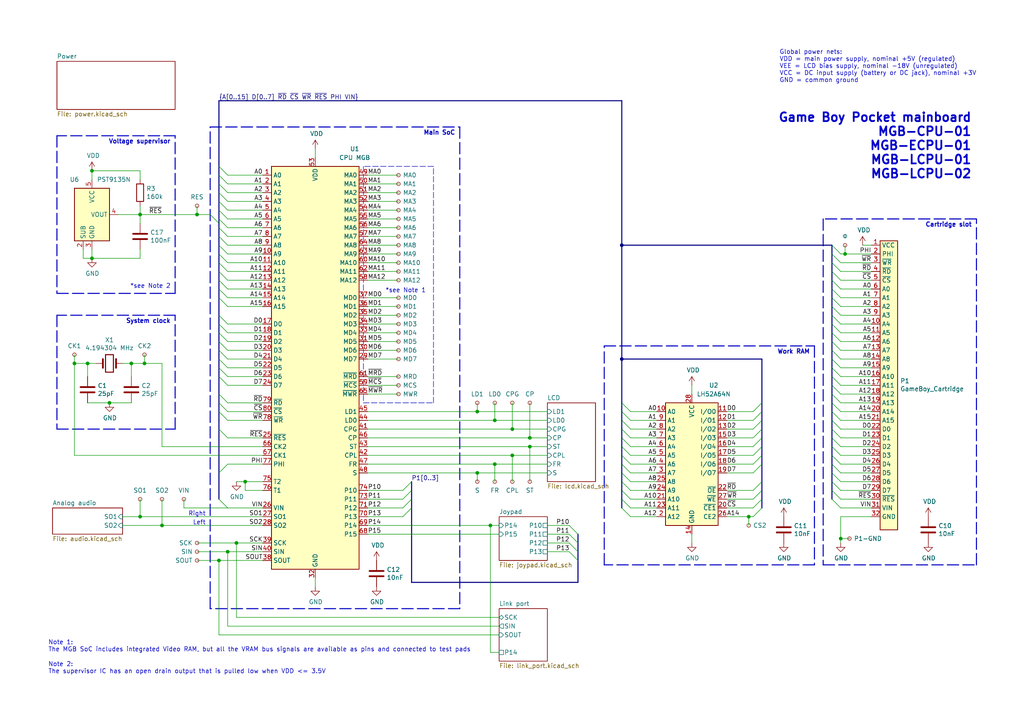
<source format=kicad_sch>
(kicad_sch (version 20211123) (generator eeschema)
  (paper "A4")
  (title_block (title "MGB-xCPU") (date "2020-09-19") (rev "B") (company "https://gekkio.fi") (comment 1 "https://github.com/gekkio/gb-schematics"))
  (junction (at 153.67 127))
  (junction (at 40.64 149.86))
  (junction (at 71.12 139.7))
  (junction (at 180.34 71.12))
  (junction (at 143.51 134.62))
  (junction (at 138.43 119.38))
  (junction (at 143.51 121.92))
  (junction (at 26.67 49.53))
  (junction (at 68.58 157.48))
  (junction (at 26.67 74.93))
  (junction (at 40.64 62.23))
  (junction (at 153.67 129.54))
  (junction (at 57.15 62.23))
  (junction (at 148.59 132.08))
  (junction (at 138.43 137.16))
  (junction (at 21.59 105.41))
  (junction (at 46.99 152.4))
  (junction (at 41.91 105.41))
  (junction (at 31.75 116.84))
  (junction (at 38.1 105.41))
  (junction (at 148.59 124.46))
  (junction (at 180.34 104.14))
  (junction (at 245.11 73.66))
  (junction (at 243.84 156.21))
  (junction (at 217.17 149.86))
  (junction (at 25.4 105.41))
  (junction (at 63.5 162.56))
  (junction (at 66.04 160.02))
  (junction (at 142.24 152.4))
  (bus_entry (at 241.3 116.84) (size 2.54 2.54))
  (bus_entry (at 241.3 71.12) (size 2.54 2.54))
  (bus_entry (at 63.5 91.44) (size 2.54 2.54))
  (bus_entry (at 182.88 124.46) (size -2.54 -2.54))
  (bus_entry (at 63.5 109.22) (size 2.54 2.54))
  (bus_entry (at 63.5 50.8) (size 2.54 2.54))
  (bus_entry (at 63.5 71.12) (size 2.54 2.54))
  (bus_entry (at 63.5 73.66) (size 2.54 2.54))
  (bus_entry (at 63.5 48.26) (size 2.54 2.54))
  (bus_entry (at 241.3 81.28) (size 2.54 2.54))
  (bus_entry (at 63.5 104.14) (size 2.54 2.54))
  (bus_entry (at 165.1 152.4) (size 2.54 2.54))
  (bus_entry (at 241.3 109.22) (size 2.54 2.54))
  (bus_entry (at 218.44 149.86) (size 2.54 -2.54))
  (bus_entry (at 116.84 144.78) (size 2.54 -2.54))
  (bus_entry (at 218.44 134.62) (size 2.54 -2.54))
  (bus_entry (at 63.5 83.82) (size 2.54 2.54))
  (bus_entry (at 182.88 144.78) (size -2.54 -2.54))
  (bus_entry (at 63.5 60.96) (size 2.54 2.54))
  (bus_entry (at 182.88 139.7) (size -2.54 -2.54))
  (bus_entry (at 165.1 154.94) (size 2.54 2.54))
  (bus_entry (at 241.3 124.46) (size 2.54 2.54))
  (bus_entry (at 63.5 93.98) (size 2.54 2.54))
  (bus_entry (at 241.3 129.54) (size 2.54 2.54))
  (bus_entry (at 218.44 137.16) (size 2.54 -2.54))
  (bus_entry (at 241.3 91.44) (size 2.54 2.54))
  (bus_entry (at 218.44 127) (size 2.54 -2.54))
  (bus_entry (at 241.3 127) (size 2.54 2.54))
  (bus_entry (at 63.5 101.6) (size 2.54 2.54))
  (bus_entry (at 241.3 139.7) (size 2.54 2.54))
  (bus_entry (at 63.5 68.58) (size 2.54 2.54))
  (bus_entry (at 182.88 132.08) (size -2.54 -2.54))
  (bus_entry (at 218.44 121.92) (size 2.54 -2.54))
  (bus_entry (at 241.3 114.3) (size 2.54 2.54))
  (bus_entry (at 63.5 114.3) (size 2.54 2.54))
  (bus_entry (at 182.88 129.54) (size -2.54 -2.54))
  (bus_entry (at 60.96 62.23) (size 2.54 2.54))
  (bus_entry (at 66.04 127) (size -2.54 -2.54))
  (bus_entry (at 241.3 119.38) (size 2.54 2.54))
  (bus_entry (at 63.5 78.74) (size 2.54 2.54))
  (bus_entry (at 63.5 53.34) (size 2.54 2.54))
  (bus_entry (at 165.1 160.02) (size 2.54 2.54))
  (bus_entry (at 116.84 142.24) (size 2.54 -2.54))
  (bus_entry (at 116.84 147.32) (size 2.54 -2.54))
  (bus_entry (at 241.3 142.24) (size 2.54 2.54))
  (bus_entry (at 63.5 86.36) (size 2.54 2.54))
  (bus_entry (at 182.88 121.92) (size -2.54 -2.54))
  (bus_entry (at 63.5 116.84) (size 2.54 2.54))
  (bus_entry (at 241.3 99.06) (size 2.54 2.54))
  (bus_entry (at 241.3 76.2) (size 2.54 2.54))
  (bus_entry (at 182.88 149.86) (size -2.54 -2.54))
  (bus_entry (at 218.44 147.32) (size 2.54 -2.54))
  (bus_entry (at 63.5 63.5) (size 2.54 2.54))
  (bus_entry (at 218.44 132.08) (size 2.54 -2.54))
  (bus_entry (at 241.3 86.36) (size 2.54 2.54))
  (bus_entry (at 241.3 111.76) (size 2.54 2.54))
  (bus_entry (at 182.88 127) (size -2.54 -2.54))
  (bus_entry (at 63.5 55.88) (size 2.54 2.54))
  (bus_entry (at 241.3 78.74) (size 2.54 2.54))
  (bus_entry (at 182.88 142.24) (size -2.54 -2.54))
  (bus_entry (at 241.3 144.78) (size 2.54 2.54))
  (bus_entry (at 63.5 119.38) (size 2.54 2.54))
  (bus_entry (at 182.88 147.32) (size -2.54 -2.54))
  (bus_entry (at 63.5 144.78) (size 2.54 2.54))
  (bus_entry (at 241.3 134.62) (size 2.54 2.54))
  (bus_entry (at 218.44 129.54) (size 2.54 -2.54))
  (bus_entry (at 241.3 96.52) (size 2.54 2.54))
  (bus_entry (at 218.44 142.24) (size 2.54 -2.54))
  (bus_entry (at 116.84 149.86) (size 2.54 -2.54))
  (bus_entry (at 241.3 132.08) (size 2.54 2.54))
  (bus_entry (at 241.3 88.9) (size 2.54 2.54))
  (bus_entry (at 218.44 144.78) (size 2.54 -2.54))
  (bus_entry (at 63.5 58.42) (size 2.54 2.54))
  (bus_entry (at 182.88 119.38) (size -2.54 -2.54))
  (bus_entry (at 63.5 106.68) (size 2.54 2.54))
  (bus_entry (at 241.3 121.92) (size 2.54 2.54))
  (bus_entry (at 218.44 124.46) (size 2.54 -2.54))
  (bus_entry (at 63.5 81.28) (size 2.54 2.54))
  (bus_entry (at 218.44 119.38) (size 2.54 -2.54))
  (bus_entry (at 182.88 134.62) (size -2.54 -2.54))
  (bus_entry (at 241.3 83.82) (size 2.54 2.54))
  (bus_entry (at 63.5 66.04) (size 2.54 2.54))
  (bus_entry (at 241.3 137.16) (size 2.54 2.54))
  (bus_entry (at 63.5 137.16) (size 2.54 -2.54))
  (bus_entry (at 63.5 96.52) (size 2.54 2.54))
  (bus_entry (at 182.88 137.16) (size -2.54 -2.54))
  (bus_entry (at 241.3 93.98) (size 2.54 2.54))
  (bus_entry (at 241.3 73.66) (size 2.54 2.54))
  (bus_entry (at 63.5 76.2) (size 2.54 2.54))
  (bus_entry (at 241.3 101.6) (size 2.54 2.54))
  (bus_entry (at 165.1 157.48) (size 2.54 2.54))
  (bus_entry (at 241.3 106.68) (size 2.54 2.54))
  (bus_entry (at 63.5 99.06) (size 2.54 2.54))
  (bus_entry (at 241.3 104.14) (size 2.54 2.54))
  (bus (pts (xy 63.5 101.6) (xy 63.5 104.14)))
  (bus (pts (xy 180.34 134.62) (xy 180.34 137.16)))
  (wire (pts (xy 66.04 111.76) (xy 76.2 111.76)))
  (wire (pts (xy 66.04 60.96) (xy 76.2 60.96)))
  (bus (pts (xy 63.5 104.14) (xy 63.5 106.68)))
  (wire (pts (xy 106.68 93.98) (xy 115.57 93.98)))
  (wire (pts (xy 41.91 102.87) (xy 41.91 105.41)))
  (bus (pts (xy 220.98 139.7) (xy 220.98 142.24)))
  (bus (pts (xy 167.64 154.94) (xy 167.64 157.48)))
  (wire (pts (xy 250.19 71.12) (xy 252.73 71.12)))
  (wire (pts (xy 138.43 119.38) (xy 138.43 116.84)))
  (bus (pts (xy 241.3 86.36) (xy 241.3 88.9)))
  (wire (pts (xy 66.04 50.8) (xy 76.2 50.8)))
  (wire (pts (xy 40.64 149.86) (xy 76.2 149.86)))
  (wire (pts (xy 243.84 137.16) (xy 252.73 137.16)))
  (wire (pts (xy 63.5 162.56) (xy 76.2 162.56)))
  (bus (pts (xy 241.3 99.06) (xy 241.3 101.6)))
  (bus (pts (xy 63.5 66.04) (xy 63.5 68.58)))
  (wire (pts (xy 53.34 147.32) (xy 53.34 144.78)))
  (wire (pts (xy 106.68 142.24) (xy 116.84 142.24)))
  (wire (pts (xy 53.34 147.32) (xy 66.04 147.32)))
  (wire (pts (xy 243.84 83.82) (xy 252.73 83.82)))
  (wire (pts (xy 243.84 116.84) (xy 252.73 116.84)))
  (bus (pts (xy 241.3 81.28) (xy 241.3 83.82)))
  (wire (pts (xy 182.88 121.92) (xy 190.5 121.92)))
  (bus (pts (xy 119.38 144.78) (xy 119.38 147.32)))
  (wire (pts (xy 106.68 71.12) (xy 115.57 71.12)))
  (wire (pts (xy 243.84 114.3) (xy 252.73 114.3)))
  (wire (pts (xy 66.04 147.32) (xy 76.2 147.32)))
  (wire (pts (xy 243.84 96.52) (xy 252.73 96.52)))
  (bus (pts (xy 241.3 104.14) (xy 241.3 106.68)))
  (wire (pts (xy 210.82 149.86) (xy 217.17 149.86)))
  (wire (pts (xy 153.67 139.7) (xy 153.67 129.54)))
  (bus (pts (xy 180.34 104.14) (xy 220.98 104.14)))
  (wire (pts (xy 66.04 68.58) (xy 76.2 68.58)))
  (wire (pts (xy 66.04 101.6) (xy 76.2 101.6)))
  (wire (pts (xy 243.84 73.66) (xy 245.11 73.66)))
  (bus (pts (xy 180.34 121.92) (xy 180.34 124.46)))
  (wire (pts (xy 106.68 78.74) (xy 115.57 78.74)))
  (bus (pts (xy 220.98 132.08) (xy 220.98 134.62)))
  (bus (pts (xy 241.3 111.76) (xy 241.3 114.3)))
  (wire (pts (xy 138.43 119.38) (xy 158.75 119.38)))
  (wire (pts (xy 182.88 124.46) (xy 190.5 124.46)))
  (polyline (pts (xy 283.21 163.83) (xy 283.21 63.5)) (stroke (width 0.3)))
  (bus (pts (xy 241.3 93.98) (xy 241.3 96.52)))
  (wire (pts (xy 217.17 149.86) (xy 217.17 152.4)))
  (wire (pts (xy 243.84 109.22) (xy 252.73 109.22)))
  (wire (pts (xy 182.88 119.38) (xy 190.5 119.38)))
  (bus (pts (xy 220.98 104.14) (xy 220.98 116.84)))
  (bus (pts (xy 241.3 96.52) (xy 241.3 99.06)))
  (bus (pts (xy 241.3 83.82) (xy 241.3 86.36)))
  (polyline (pts (xy 16.51 91.44) (xy 16.51 124.46)) (stroke (width 0.3)))
  (bus (pts (xy 180.34 142.24) (xy 180.34 144.78)))
  (wire (pts (xy 106.68 111.76) (xy 115.57 111.76)))
  (wire (pts (xy 46.99 152.4) (xy 76.2 152.4)))
  (wire (pts (xy 25.4 105.41) (xy 27.94 105.41)))
  (polyline (pts (xy 16.51 85.09) (xy 50.8 85.09)) (stroke (width 0.3)))
  (wire (pts (xy 106.68 147.32) (xy 116.84 147.32)))
  (wire (pts (xy 142.24 189.23) (xy 142.24 152.4)))
  (polyline (pts (xy 16.51 39.37) (xy 16.51 85.09)) (stroke (width 0.3)))
  (wire (pts (xy 106.68 63.5) (xy 115.57 63.5)))
  (bus (pts (xy 220.98 144.78) (xy 220.98 147.32)))
  (bus (pts (xy 241.3 124.46) (xy 241.3 127)))
  (wire (pts (xy 106.68 76.2) (xy 115.57 76.2)))
  (bus (pts (xy 180.34 139.7) (xy 180.34 142.24)))
  (bus (pts (xy 220.98 121.92) (xy 220.98 124.46)))
  (bus (pts (xy 119.38 139.7) (xy 119.38 142.24)))
  (wire (pts (xy 21.59 132.08) (xy 21.59 105.41)))
  (wire (pts (xy 35.56 152.4) (xy 46.99 152.4)))
  (wire (pts (xy 243.84 93.98) (xy 252.73 93.98)))
  (wire (pts (xy 106.68 154.94) (xy 144.78 154.94)))
  (wire (pts (xy 144.78 189.23) (xy 142.24 189.23)))
  (bus (pts (xy 180.34 144.78) (xy 180.34 147.32)))
  (polyline (pts (xy 236.22 163.83) (xy 175.26 163.83)) (stroke (width 0.3)))
  (wire (pts (xy 71.12 142.24) (xy 76.2 142.24)))
  (wire (pts (xy 106.68 132.08) (xy 148.59 132.08)))
  (wire (pts (xy 182.88 127) (xy 190.5 127)))
  (polyline (pts (xy 50.8 85.09) (xy 50.8 39.37)) (stroke (width 0.3)))
  (wire (pts (xy 106.68 149.86) (xy 116.84 149.86)))
  (bus (pts (xy 63.5 60.96) (xy 63.5 63.5)))
  (wire (pts (xy 57.15 59.69) (xy 57.15 62.23)))
  (wire (pts (xy 21.59 102.87) (xy 21.59 105.41)))
  (bus (pts (xy 180.34 71.12) (xy 241.3 71.12)))
  (wire (pts (xy 106.68 114.3) (xy 115.57 114.3)))
  (wire (pts (xy 153.67 129.54) (xy 158.75 129.54)))
  (wire (pts (xy 217.17 149.86) (xy 218.44 149.86)))
  (wire (pts (xy 138.43 137.16) (xy 158.75 137.16)))
  (wire (pts (xy 153.67 127) (xy 158.75 127)))
  (bus (pts (xy 241.3 76.2) (xy 241.3 78.74)))
  (bus (pts (xy 63.5 71.12) (xy 63.5 73.66)))
  (bus (pts (xy 220.98 129.54) (xy 220.98 132.08)))
  (bus (pts (xy 63.5 55.88) (xy 63.5 58.42)))
  (wire (pts (xy 106.68 101.6) (xy 115.57 101.6)))
  (wire (pts (xy 26.67 74.93) (xy 40.64 74.93)))
  (wire (pts (xy 243.84 149.86) (xy 243.84 156.21)))
  (polyline (pts (xy 238.76 163.83) (xy 283.21 163.83)) (stroke (width 0.3)))
  (wire (pts (xy 26.67 72.39) (xy 26.67 74.93)))
  (wire (pts (xy 210.82 137.16) (xy 218.44 137.16)))
  (bus (pts (xy 180.34 129.54) (xy 180.34 132.08)))
  (wire (pts (xy 182.88 144.78) (xy 190.5 144.78)))
  (bus (pts (xy 167.64 160.02) (xy 167.64 162.56)))
  (wire (pts (xy 106.68 129.54) (xy 153.67 129.54)))
  (bus (pts (xy 63.5 81.28) (xy 63.5 83.82)))
  (wire (pts (xy 200.66 111.76) (xy 200.66 114.3)))
  (wire (pts (xy 210.82 124.46) (xy 218.44 124.46)))
  (wire (pts (xy 106.68 91.44) (xy 115.57 91.44)))
  (wire (pts (xy 71.12 139.7) (xy 68.58 139.7)))
  (wire (pts (xy 106.68 53.34) (xy 115.57 53.34)))
  (bus (pts (xy 63.5 124.46) (xy 63.5 137.16)))
  (wire (pts (xy 106.68 68.58) (xy 115.57 68.58)))
  (bus (pts (xy 63.5 63.5) (xy 63.5 64.77)))
  (bus (pts (xy 63.5 116.84) (xy 63.5 119.38)))
  (wire (pts (xy 25.4 105.41) (xy 25.4 109.22)))
  (wire (pts (xy 106.68 152.4) (xy 142.24 152.4)))
  (polyline (pts (xy 50.8 39.37) (xy 16.51 39.37)) (stroke (width 0.3)))
  (polyline (pts (xy 50.8 124.46) (xy 50.8 91.44)) (stroke (width 0.3)))
  (wire (pts (xy 25.4 116.84) (xy 31.75 116.84)))
  (wire (pts (xy 246.38 156.21) (xy 243.84 156.21)))
  (wire (pts (xy 182.88 129.54) (xy 190.5 129.54)))
  (wire (pts (xy 106.68 99.06) (xy 115.57 99.06)))
  (wire (pts (xy 243.84 127) (xy 252.73 127)))
  (bus (pts (xy 180.34 29.21) (xy 180.34 71.12)))
  (wire (pts (xy 148.59 124.46) (xy 158.75 124.46)))
  (wire (pts (xy 71.12 139.7) (xy 71.12 142.24)))
  (wire (pts (xy 106.68 86.36) (xy 115.57 86.36)))
  (wire (pts (xy 106.68 88.9) (xy 115.57 88.9)))
  (bus (pts (xy 220.98 142.24) (xy 220.98 144.78)))
  (bus (pts (xy 180.34 124.46) (xy 180.34 127)))
  (bus (pts (xy 63.5 29.21) (xy 180.34 29.21)))
  (wire (pts (xy 106.68 124.46) (xy 148.59 124.46)))
  (wire (pts (xy 66.04 63.5) (xy 76.2 63.5)))
  (wire (pts (xy 144.78 184.15) (xy 63.5 184.15)))
  (wire (pts (xy 143.51 116.84) (xy 143.51 121.92)))
  (bus (pts (xy 180.34 137.16) (xy 180.34 139.7)))
  (wire (pts (xy 106.68 96.52) (xy 115.57 96.52)))
  (bus (pts (xy 241.3 71.12) (xy 241.3 73.66)))
  (bus (pts (xy 63.5 109.22) (xy 63.5 114.3)))
  (wire (pts (xy 106.68 121.92) (xy 143.51 121.92)))
  (wire (pts (xy 243.84 144.78) (xy 252.73 144.78)))
  (wire (pts (xy 252.73 149.86) (xy 243.84 149.86)))
  (wire (pts (xy 106.68 137.16) (xy 138.43 137.16)))
  (wire (pts (xy 66.04 106.68) (xy 76.2 106.68)))
  (wire (pts (xy 210.82 121.92) (xy 218.44 121.92)))
  (bus (pts (xy 167.64 162.56) (xy 167.64 168.91)))
  (wire (pts (xy 182.88 142.24) (xy 190.5 142.24)))
  (wire (pts (xy 243.84 156.21) (xy 243.84 157.48)))
  (wire (pts (xy 138.43 139.7) (xy 138.43 137.16)))
  (wire (pts (xy 158.75 160.02) (xy 165.1 160.02)))
  (bus (pts (xy 241.3 142.24) (xy 241.3 144.78)))
  (wire (pts (xy 243.84 139.7) (xy 252.73 139.7)))
  (bus (pts (xy 220.98 116.84) (xy 220.98 119.38)))
  (bus (pts (xy 63.5 119.38) (xy 63.5 124.46)))
  (polyline (pts (xy 283.21 63.5) (xy 238.76 63.5)) (stroke (width 0.3)))
  (wire (pts (xy 35.56 149.86) (xy 40.64 149.86)))
  (bus (pts (xy 63.5 96.52) (xy 63.5 99.06)))
  (wire (pts (xy 243.84 91.44) (xy 252.73 91.44)))
  (wire (pts (xy 106.68 144.78) (xy 116.84 144.78)))
  (wire (pts (xy 40.64 62.23) (xy 40.64 64.77)))
  (wire (pts (xy 38.1 105.41) (xy 41.91 105.41)))
  (bus (pts (xy 220.98 127) (xy 220.98 129.54)))
  (wire (pts (xy 66.04 181.61) (xy 144.78 181.61)))
  (wire (pts (xy 66.04 160.02) (xy 76.2 160.02)))
  (wire (pts (xy 46.99 129.54) (xy 76.2 129.54)))
  (bus (pts (xy 63.5 48.26) (xy 63.5 50.8)))
  (polyline (pts (xy 125.73 116.84) (xy 125.73 48.26)))
  (wire (pts (xy 57.15 162.56) (xy 63.5 162.56)))
  (bus (pts (xy 63.5 114.3) (xy 63.5 116.84)))
  (wire (pts (xy 40.64 62.23) (xy 57.15 62.23)))
  (wire (pts (xy 38.1 105.41) (xy 38.1 109.22)))
  (bus (pts (xy 180.34 71.12) (xy 180.34 104.14)))
  (bus (pts (xy 241.3 134.62) (xy 241.3 137.16)))
  (wire (pts (xy 46.99 144.78) (xy 46.99 152.4)))
  (wire (pts (xy 245.11 73.66) (xy 252.73 73.66)))
  (bus (pts (xy 63.5 78.74) (xy 63.5 81.28)))
  (wire (pts (xy 66.04 104.14) (xy 76.2 104.14)))
  (wire (pts (xy 245.11 71.12) (xy 245.11 73.66)))
  (polyline (pts (xy 175.26 100.33) (xy 236.22 100.33)) (stroke (width 0.3)))
  (bus (pts (xy 241.3 139.7) (xy 241.3 142.24)))
  (wire (pts (xy 243.84 104.14) (xy 252.73 104.14)))
  (bus (pts (xy 63.5 73.66) (xy 63.5 76.2)))
  (wire (pts (xy 210.82 119.38) (xy 218.44 119.38)))
  (bus (pts (xy 119.38 142.24) (xy 119.38 144.78)))
  (wire (pts (xy 153.67 116.84) (xy 153.67 127)))
  (wire (pts (xy 243.84 124.46) (xy 252.73 124.46)))
  (bus (pts (xy 241.3 106.68) (xy 241.3 109.22)))
  (bus (pts (xy 241.3 129.54) (xy 241.3 132.08)))
  (bus (pts (xy 180.34 119.38) (xy 180.34 121.92)))
  (wire (pts (xy 41.91 105.41) (xy 46.99 105.41)))
  (wire (pts (xy 68.58 179.07) (xy 68.58 157.48)))
  (bus (pts (xy 220.98 134.62) (xy 220.98 139.7)))
  (bus (pts (xy 180.34 132.08) (xy 180.34 134.62)))
  (wire (pts (xy 210.82 147.32) (xy 218.44 147.32)))
  (wire (pts (xy 182.88 149.86) (xy 190.5 149.86)))
  (wire (pts (xy 71.12 139.7) (xy 76.2 139.7)))
  (wire (pts (xy 182.88 132.08) (xy 190.5 132.08)))
  (wire (pts (xy 66.04 127) (xy 76.2 127)))
  (wire (pts (xy 148.59 116.84) (xy 148.59 124.46)))
  (bus (pts (xy 63.5 99.06) (xy 63.5 101.6)))
  (wire (pts (xy 243.84 132.08) (xy 252.73 132.08)))
  (polyline (pts (xy 133.35 36.83) (xy 133.35 176.53)) (stroke (width 0.3)))
  (wire (pts (xy 40.64 49.53) (xy 40.64 52.07)))
  (wire (pts (xy 40.64 74.93) (xy 40.64 72.39)))
  (bus (pts (xy 63.5 137.16) (xy 63.5 144.78)))
  (wire (pts (xy 66.04 121.92) (xy 76.2 121.92)))
  (wire (pts (xy 21.59 132.08) (xy 76.2 132.08)))
  (wire (pts (xy 34.29 62.23) (xy 40.64 62.23)))
  (bus (pts (xy 241.3 91.44) (xy 241.3 93.98)))
  (polyline (pts (xy 16.51 124.46) (xy 50.8 124.46)) (stroke (width 0.3)))
  (wire (pts (xy 66.04 134.62) (xy 76.2 134.62)))
  (polyline (pts (xy 60.96 36.83) (xy 133.35 36.83)) (stroke (width 0.3)))
  (bus (pts (xy 220.98 124.46) (xy 220.98 127)))
  (wire (pts (xy 63.5 184.15) (xy 63.5 162.56)))
  (wire (pts (xy 66.04 71.12) (xy 76.2 71.12)))
  (wire (pts (xy 106.68 50.8) (xy 115.57 50.8)))
  (bus (pts (xy 119.38 147.32) (xy 119.38 168.91)))
  (polyline (pts (xy 175.26 163.83) (xy 175.26 100.33)) (stroke (width 0.3)))
  (bus (pts (xy 241.3 132.08) (xy 241.3 134.62)))
  (bus (pts (xy 63.5 29.21) (xy 63.5 48.26)))
  (bus (pts (xy 180.34 104.14) (xy 180.34 116.84)))
  (wire (pts (xy 142.24 152.4) (xy 144.78 152.4)))
  (bus (pts (xy 63.5 106.68) (xy 63.5 109.22)))
  (wire (pts (xy 40.64 144.78) (xy 40.64 149.86)))
  (wire (pts (xy 35.56 105.41) (xy 38.1 105.41)))
  (wire (pts (xy 243.84 129.54) (xy 252.73 129.54)))
  (wire (pts (xy 243.84 101.6) (xy 252.73 101.6)))
  (wire (pts (xy 66.04 81.28) (xy 76.2 81.28)))
  (wire (pts (xy 66.04 116.84) (xy 76.2 116.84)))
  (wire (pts (xy 182.88 147.32) (xy 190.5 147.32)))
  (bus (pts (xy 241.3 73.66) (xy 241.3 76.2)))
  (wire (pts (xy 66.04 76.2) (xy 76.2 76.2)))
  (polyline (pts (xy 236.22 100.33) (xy 236.22 163.83)) (stroke (width 0.3)))
  (bus (pts (xy 63.5 86.36) (xy 63.5 91.44)))
  (wire (pts (xy 210.82 129.54) (xy 218.44 129.54)))
  (wire (pts (xy 21.59 105.41) (xy 25.4 105.41)))
  (wire (pts (xy 66.04 88.9) (xy 76.2 88.9)))
  (bus (pts (xy 241.3 119.38) (xy 241.3 121.92)))
  (wire (pts (xy 66.04 93.98) (xy 76.2 93.98)))
  (wire (pts (xy 182.88 137.16) (xy 190.5 137.16)))
  (bus (pts (xy 63.5 58.42) (xy 63.5 60.96)))
  (wire (pts (xy 243.84 106.68) (xy 252.73 106.68)))
  (bus (pts (xy 63.5 50.8) (xy 63.5 53.34)))
  (bus (pts (xy 63.5 53.34) (xy 63.5 55.88)))
  (wire (pts (xy 66.04 73.66) (xy 76.2 73.66)))
  (bus (pts (xy 241.3 114.3) (xy 241.3 116.84)))
  (wire (pts (xy 158.75 152.4) (xy 165.1 152.4)))
  (polyline (pts (xy 105.41 116.84) (xy 125.73 116.84)))
  (bus (pts (xy 241.3 127) (xy 241.3 129.54)))
  (wire (pts (xy 66.04 96.52) (xy 76.2 96.52)))
  (bus (pts (xy 63.5 68.58) (xy 63.5 71.12)))
  (wire (pts (xy 66.04 66.04) (xy 76.2 66.04)))
  (bus (pts (xy 220.98 119.38) (xy 220.98 121.92)))
  (wire (pts (xy 106.68 109.22) (xy 115.57 109.22)))
  (polyline (pts (xy 238.76 63.5) (xy 238.76 163.83)) (stroke (width 0.3)))
  (wire (pts (xy 182.88 134.62) (xy 190.5 134.62)))
  (polyline (pts (xy 105.41 48.26) (xy 105.41 116.84)))
  (wire (pts (xy 210.82 144.78) (xy 218.44 144.78)))
  (bus (pts (xy 241.3 116.84) (xy 241.3 119.38)))
  (bus (pts (xy 63.5 83.82) (xy 63.5 86.36)))
  (wire (pts (xy 106.68 104.14) (xy 115.57 104.14)))
  (bus (pts (xy 63.5 64.77) (xy 63.5 66.04)))
  (wire (pts (xy 143.51 139.7) (xy 143.51 134.62)))
  (bus (pts (xy 119.38 168.91) (xy 167.64 168.91)))
  (wire (pts (xy 57.15 62.23) (xy 60.96 62.23)))
  (wire (pts (xy 66.04 53.34) (xy 76.2 53.34)))
  (wire (pts (xy 243.84 76.2) (xy 252.73 76.2)))
  (wire (pts (xy 57.15 160.02) (xy 66.04 160.02)))
  (bus (pts (xy 241.3 88.9) (xy 241.3 91.44)))
  (wire (pts (xy 106.68 127) (xy 153.67 127)))
  (wire (pts (xy 66.04 160.02) (xy 66.04 181.61)))
  (wire (pts (xy 148.59 139.7) (xy 148.59 132.08)))
  (wire (pts (xy 243.84 99.06) (xy 252.73 99.06)))
  (bus (pts (xy 63.5 93.98) (xy 63.5 96.52)))
  (wire (pts (xy 243.84 78.74) (xy 252.73 78.74)))
  (wire (pts (xy 210.82 142.24) (xy 218.44 142.24)))
  (wire (pts (xy 143.51 134.62) (xy 158.75 134.62)))
  (polyline (pts (xy 60.96 176.53) (xy 60.96 36.83)) (stroke (width 0.3)))
  (wire (pts (xy 26.67 49.53) (xy 26.67 52.07)))
  (wire (pts (xy 243.84 81.28) (xy 252.73 81.28)))
  (wire (pts (xy 106.68 81.28) (xy 115.57 81.28)))
  (wire (pts (xy 91.44 167.64) (xy 91.44 170.18)))
  (wire (pts (xy 106.68 58.42) (xy 115.57 58.42)))
  (bus (pts (xy 241.3 121.92) (xy 241.3 124.46)))
  (wire (pts (xy 66.04 109.22) (xy 76.2 109.22)))
  (wire (pts (xy 106.68 66.04) (xy 115.57 66.04)))
  (wire (pts (xy 66.04 83.82) (xy 76.2 83.82)))
  (wire (pts (xy 243.84 147.32) (xy 252.73 147.32)))
  (wire (pts (xy 148.59 132.08) (xy 158.75 132.08)))
  (bus (pts (xy 63.5 76.2) (xy 63.5 78.74)))
  (wire (pts (xy 210.82 132.08) (xy 218.44 132.08)))
  (bus (pts (xy 241.3 109.22) (xy 241.3 111.76)))
  (wire (pts (xy 68.58 179.07) (xy 144.78 179.07)))
  (wire (pts (xy 68.58 157.48) (xy 76.2 157.48)))
  (wire (pts (xy 243.84 142.24) (xy 252.73 142.24)))
  (bus (pts (xy 180.34 127) (xy 180.34 129.54)))
  (bus (pts (xy 63.5 91.44) (xy 63.5 93.98)))
  (wire (pts (xy 57.15 157.48) (xy 68.58 157.48)))
  (wire (pts (xy 243.84 88.9) (xy 252.73 88.9)))
  (wire (pts (xy 66.04 78.74) (xy 76.2 78.74)))
  (wire (pts (xy 31.75 116.84) (xy 38.1 116.84)))
  (wire (pts (xy 66.04 86.36) (xy 76.2 86.36)))
  (polyline (pts (xy 133.35 176.53) (xy 60.96 176.53)) (stroke (width 0.3)))
  (wire (pts (xy 66.04 55.88) (xy 76.2 55.88)))
  (wire (pts (xy 26.67 49.53) (xy 40.64 49.53)))
  (wire (pts (xy 106.68 119.38) (xy 138.43 119.38)))
  (bus (pts (xy 241.3 78.74) (xy 241.3 81.28)))
  (polyline (pts (xy 50.8 91.44) (xy 16.51 91.44)) (stroke (width 0.3)))
  (wire (pts (xy 243.84 119.38) (xy 252.73 119.38)))
  (wire (pts (xy 106.68 134.62) (xy 143.51 134.62)))
  (wire (pts (xy 24.13 72.39) (xy 24.13 74.93)))
  (wire (pts (xy 210.82 134.62) (xy 218.44 134.62)))
  (wire (pts (xy 143.51 121.92) (xy 158.75 121.92)))
  (wire (pts (xy 66.04 119.38) (xy 76.2 119.38)))
  (wire (pts (xy 243.84 134.62) (xy 252.73 134.62)))
  (wire (pts (xy 158.75 157.48) (xy 165.1 157.48)))
  (wire (pts (xy 243.84 86.36) (xy 252.73 86.36)))
  (bus (pts (xy 167.64 157.48) (xy 167.64 160.02)))
  (wire (pts (xy 66.04 99.06) (xy 76.2 99.06)))
  (wire (pts (xy 91.44 43.18) (xy 91.44 45.72)))
  (wire (pts (xy 46.99 105.41) (xy 46.99 129.54)))
  (wire (pts (xy 243.84 121.92) (xy 252.73 121.92)))
  (wire (pts (xy 106.68 55.88) (xy 115.57 55.88)))
  (wire (pts (xy 158.75 154.94) (xy 165.1 154.94)))
  (wire (pts (xy 66.04 58.42) (xy 76.2 58.42)))
  (wire (pts (xy 106.68 73.66) (xy 115.57 73.66)))
  (bus (pts (xy 180.34 116.84) (xy 180.34 119.38)))
  (polyline (pts (xy 125.73 48.26) (xy 105.41 48.26)))
  (bus (pts (xy 241.3 137.16) (xy 241.3 139.7)))
  (wire (pts (xy 106.68 60.96) (xy 115.57 60.96)))
  (bus (pts (xy 241.3 101.6) (xy 241.3 104.14)))
  (wire (pts (xy 26.67 74.93) (xy 24.13 74.93)))
  (wire (pts (xy 200.66 154.94) (xy 200.66 157.48)))
  (wire (pts (xy 182.88 139.7) (xy 190.5 139.7)))
  (wire (pts (xy 243.84 111.76) (xy 252.73 111.76)))
  (wire (pts (xy 210.82 127) (xy 218.44 127)))
  (wire (pts (xy 40.64 62.23) (xy 40.64 59.69)))
  (text "System clock" (at 49.53 93.98 180) (effects (font (size 1.27 1.27) (thickness 0.254) bold) (justify right bottom)))
  (text "Cartridge slot" (at 281.94 66.04 180) (effects (font (size 1.27 1.27) (thickness 0.254) bold) (justify right bottom)))
  (text "Main SoC" (at 132.08 39.37 180) (effects (font (size 1.27 1.27) (thickness 0.254) bold) (justify right bottom)))
  (text "Note 1:\nThe MGB SoC includes integrated Video RAM, but all the VRAM bus signals are available as pins and connected to test pads" (at 13.97 189.23 0) (effects (font (size 1.27 1.27)) (justify left bottom)))
  (text "Game Boy Pocket mainboard\nMGB-CPU-01\nMGB-ECPU-01\nMGB-LCPU-01\nMGB-LCPU-02" (at 281.94 52.07 0) (effects (font (size 2.54 2.54) (thickness 0.508) bold) (justify right bottom)))
  (text "Right" (at 59.69 149.86 180) (effects (font (size 1.27 1.27)) (justify right bottom)))
  (text "Global power nets:\nVDD = main power supply, nominal +5V (regulated)\nVEE = LCD bias supply, nominal -18V (unregulated)\nVCC = DC input supply (battery or DC jack), nominal +3V\nGND = common ground" (at 226.06 24.13 0) (effects (font (size 1.27 1.27)) (justify left bottom)))
  (text "Note 2:\nThe supervisor IC has an open drain output that is pulled low when VDD <= 3.5V" (at 13.97 195.58 0) (effects (font (size 1.27 1.27)) (justify left bottom)))
  (text "Work RAM" (at 234.95 102.87 180) (effects (font (size 1.27 1.27) (thickness 0.254) bold) (justify right bottom)))
  (text "*see Note 1" (at 111.76 85.09 0) (effects (font (size 1.27 1.27)) (justify left bottom)))
  (text "Left" (at 59.69 152.4 180) (effects (font (size 1.27 1.27)) (justify right bottom)))
  (text "*see Note 2" (at 49.53 83.82 180) (effects (font (size 1.27 1.27)) (justify right bottom)))
  (text "Voltage supervisor" (at 49.53 41.91 180) (effects (font (size 1.27 1.27) (thickness 0.254) bold) (justify right bottom)))
  (label "A14" (at 252.73 119.38 180))
  (label "D6" (at 252.73 139.7 180))
  (label "D1" (at 210.82 121.92 0))
  (label "P10" (at 106.68 142.24 0))
  (label "P12" (at 161.29 157.48 0))
  (label "D2" (at 210.82 124.46 0))
  (label "SO1" (at 76.2 149.86 180))
  (label "P10" (at 161.29 152.4 0))
  (label "P11" (at 161.29 154.94 0))
  (label "MA1" (at 106.68 53.34 0))
  (label "~{RES}" (at 252.73 144.78 180))
  (label "A12" (at 252.73 114.3 180))
  (label "A2" (at 252.73 88.9 180))
  (label "{A[0..15] D[0..7] ~{RD} ~{CS} ~{WR} ~{RES} PHI VIN}" (at 63.5 29.21 0))
  (label "A12" (at 76.2 81.28 180))
  (label "MA7" (at 106.68 68.58 0))
  (label "MD7" (at 106.68 104.14 0))
  (label "~{MWR}" (at 106.68 114.3 0))
  (label "D5" (at 252.73 137.16 180))
  (label "D2" (at 76.2 99.06 180))
  (label "MD0" (at 106.68 86.36 0))
  (label "D2" (at 252.73 129.54 180))
  (label "D6" (at 210.82 134.62 0))
  (label "~{RD}" (at 210.82 142.24 0))
  (label "A8" (at 76.2 71.12 180))
  (label "MA2" (at 106.68 55.88 0))
  (label "A5" (at 76.2 63.5 180))
  (label "PHI" (at 76.2 134.62 180))
  (label "MA12" (at 106.68 81.28 0))
  (label "P13" (at 161.29 160.02 0))
  (label "A2" (at 76.2 55.88 180))
  (label "VIN" (at 252.73 147.32 180))
  (label "~{CS}" (at 252.73 81.28 180))
  (label "A1" (at 76.2 53.34 180))
  (label "D3" (at 76.2 101.6 180))
  (label "D1" (at 252.73 127 180))
  (label "MA11" (at 106.68 78.74 0))
  (label "~{MRD}" (at 106.68 109.22 0))
  (label "MD5" (at 106.68 99.06 0))
  (label "A10" (at 252.73 109.22 180))
  (label "P1[0..3]" (at 119.38 139.7 0))
  (label "A11" (at 190.5 147.32 180))
  (label "MD6" (at 106.68 101.6 0))
  (label "~{WR}" (at 76.2 121.92 180))
  (label "MA5" (at 106.68 63.5 0))
  (label "SO2" (at 76.2 152.4 180))
  (label "A8" (at 190.5 139.7 180))
  (label "~{CS}" (at 76.2 119.38 180))
  (label "MA4" (at 106.68 60.96 0))
  (label "MA0" (at 106.68 50.8 0))
  (label "D4" (at 210.82 129.54 0))
  (label "A3" (at 190.5 127 180))
  (label "A1" (at 252.73 86.36 180))
  (label "A6" (at 190.5 134.62 180))
  (label "D6" (at 76.2 109.22 180))
  (label "A5" (at 252.73 96.52 180))
  (label "A3" (at 76.2 58.42 180))
  (label "A9" (at 76.2 73.66 180))
  (label "A15" (at 76.2 88.9 180))
  (label "D7" (at 76.2 111.76 180))
  (label "A7" (at 190.5 137.16 180))
  (label "D3" (at 210.82 127 0))
  (label "SIN" (at 76.2 160.02 180))
  (label "MD2" (at 106.68 91.44 0))
  (label "A4" (at 252.73 93.98 180))
  (label "A9" (at 190.5 142.24 180))
  (label "A10" (at 190.5 144.78 180))
  (label "D0" (at 252.73 124.46 180))
  (label "A11" (at 76.2 78.74 180))
  (label "~{RES}" (at 43.18 62.23 0))
  (label "A9" (at 252.73 106.68 180))
  (label "MA6" (at 106.68 66.04 0))
  (label "A12" (at 190.5 149.86 180))
  (label "A14" (at 76.2 86.36 180))
  (label "MA9" (at 106.68 73.66 0))
  (label "MD1" (at 106.68 88.9 0))
  (label "VIN" (at 76.2 147.32 180))
  (label "MD4" (at 106.68 96.52 0))
  (label "P12" (at 106.68 147.32 0))
  (label "P14" (at 106.68 152.4 0))
  (label "A10" (at 76.2 76.2 180))
  (label "A0" (at 252.73 83.82 180))
  (label "A1" (at 190.5 121.92 180))
  (label "A0" (at 76.2 50.8 180))
  (label "P15" (at 106.68 154.94 0))
  (label "~{RES}" (at 76.2 127 180))
  (label "D7" (at 252.73 142.24 180))
  (label "A13" (at 76.2 83.82 180))
  (label "D3" (at 252.73 132.08 180))
  (label "D0" (at 210.82 119.38 0))
  (label "A3" (at 252.73 91.44 180))
  (label "~{MCS}" (at 106.68 111.76 0))
  (label "A5" (at 190.5 132.08 180))
  (label "A15" (at 252.73 121.92 180))
  (label "A4" (at 190.5 129.54 180))
  (label "A14" (at 210.82 149.86 0))
  (label "~{WR}" (at 210.82 144.78 0))
  (label "D1" (at 76.2 96.52 180))
  (label "~{RD}" (at 252.73 78.74 180))
  (label "D5" (at 76.2 106.68 180))
  (label "D5" (at 210.82 132.08 0))
  (label "A8" (at 252.73 104.14 180))
  (label "~{WR}" (at 252.73 76.2 180))
  (label "A4" (at 76.2 60.96 180))
  (label "PHI" (at 252.73 73.66 180))
  (label "A7" (at 76.2 68.58 180))
  (label "A2" (at 190.5 124.46 180))
  (label "D4" (at 76.2 104.14 180))
  (label "A7" (at 252.73 101.6 180))
  (label "D4" (at 252.73 134.62 180))
  (label "A0" (at 190.5 119.38 180))
  (label "MD3" (at 106.68 93.98 0))
  (label "D0" (at 76.2 93.98 180))
  (label "MA10" (at 106.68 76.2 0))
  (label "A11" (at 252.73 111.76 180))
  (label "MA8" (at 106.68 71.12 0))
  (label "~{RD}" (at 76.2 116.84 180))
  (label "P11" (at 106.68 144.78 0))
  (label "MA3" (at 106.68 58.42 0))
  (label "D7" (at 210.82 137.16 0))
  (label "SOUT" (at 76.2 162.56 180))
  (label "SCK" (at 76.2 157.48 180))
  (label "A6" (at 76.2 66.04 180))
  (label "~{CS}" (at 210.82 147.32 0))
  (label "A13" (at 252.73 116.84 180))
  (label "P13" (at 106.68 149.86 0))
  (label "A6" (at 252.73 99.06 180))
  (symbol (lib_id "Gekkio_Memory_RAM:GameBoy_SRAM_64K") (at 200.66 134.62 0) (unit 1)
    (property "Reference" "U2" (at 207.01 111.76 0))
    (property "Value" "LH52A64N" (at 207.01 114.3 0))
    (property "Footprint" "Package_SO:SOIC-28W_7.5x17.9mm_P1.27mm" (effects hide))
  )
  (symbol (lib_id "Gekkio_CPU_Nintendo:GameBoy_CPU_MGB") (at 91.44 106.68 0) (unit 1)
    (property "Reference" "U1" (at 102.87 43.18 0))
    (property "Value" "CPU MGB" (at 102.87 45.72 0))
    (property "Footprint" "Gekkio_Package_QFP:Sharp_QFP-80_14x20mm_P0.8mm" (effects hide))
  )
  (symbol (lib_id "Gekkio_Connector_Specialized:GameBoy_Cartridge") (at 257.81 111.76 0) (unit 1)
    (property "Reference" "P1" (at 261.112 110.49 0) (effects (justify left)))
    (property "Value" "GameBoy_Cartridge" (at 261.112 112.8014 0) (effects (justify left)))
  )
  (symbol (lib_id "power:GND") (at 200.66 157.48 0) (unit 1)
    (property "Reference" "#PWR0101" (effects hide))
    (property "Value" "GND" (at 200.787 161.8742 0))
  )
  (symbol (lib_id "power:GND") (at 243.84 157.48 0) (unit 1)
    (property "Reference" "#PWR0102" (effects hide))
    (property "Value" "GND" (at 243.967 161.8742 0))
  )
  (symbol (lib_id "power:GND") (at 91.44 170.18 0) (unit 1)
    (property "Reference" "#PWR0103" (effects hide))
    (property "Value" "GND" (at 91.567 174.5742 0))
  )
  (symbol (lib_id "Device:C") (at 269.24 153.67 0) (unit 1)
    (property "Reference" "C10" (at 272.161 152.5016 0) (effects (justify left)))
    (property "Value" "10nF" (at 272.161 154.813 0) (effects (justify left)))
  )
  (symbol (lib_id "power:GND") (at 269.24 157.48 0) (unit 1)
    (property "Reference" "#PWR0105" (effects hide))
    (property "Value" "GND" (at 269.367 161.8742 0))
  )
  (symbol (lib_id "power:GND") (at 68.58 139.7 0) (unit 1)
    (property "Reference" "#PWR0106" (effects hide))
    (property "Value" "GND" (at 68.707 144.0942 0))
  )
  (symbol (lib_id "power:VDD") (at 200.66 111.76 0) (unit 1)
    (property "Reference" "#PWR0107" (effects hide))
    (property "Value" "VDD" (at 201.041 107.3658 0))
  )
  (symbol (lib_id "power:VDD") (at 269.24 149.86 0) (unit 1)
    (property "Reference" "#PWR0108" (effects hide))
    (property "Value" "VDD" (at 269.621 145.4658 0))
  )
  (symbol (lib_id "power:VDD") (at 250.19 71.12 0) (unit 1)
    (property "Reference" "#PWR0109" (effects hide))
    (property "Value" "VDD" (at 250.571 66.7258 0))
  )
  (symbol (lib_id "power:VDD") (at 91.44 43.18 0) (unit 1)
    (property "Reference" "#PWR0111" (effects hide))
    (property "Value" "VDD" (at 91.821 38.7858 0))
  )
  (symbol (lib_id "Connector:TestPoint_Small") (at 143.51 139.7 270) (unit 1)
    (property "Reference" "TP37" (effects hide))
    (property "Value" "FR" (at 143.51 142.24 90))
  )
  (symbol (lib_id "Connector:TestPoint_Small") (at 148.59 139.7 270) (unit 1)
    (property "Reference" "TP39" (effects hide))
    (property "Value" "CPL" (at 148.59 142.24 90))
  )
  (symbol (lib_id "Connector:TestPoint_Small") (at 138.43 139.7 270) (unit 1)
    (property "Reference" "TP35" (effects hide))
    (property "Value" "S" (at 138.43 142.24 90))
  )
  (symbol (lib_id "Connector:TestPoint_Small") (at 148.59 116.84 270) (unit 1)
    (property "Reference" "TP38" (effects hide))
    (property "Value" "CPG" (at 148.59 114.3 90))
  )
  (symbol (lib_id "Connector:TestPoint_Small") (at 153.67 139.7 270) (unit 1)
    (property "Reference" "TP41" (effects hide))
    (property "Value" "ST" (at 153.67 142.24 90))
  )
  (symbol (lib_id "Connector:TestPoint_Small") (at 143.51 116.84 270) (unit 1)
    (property "Reference" "TP36" (effects hide))
    (property "Value" "LD0" (at 143.51 114.3 90))
  )
  (symbol (lib_id "Connector:TestPoint_Small") (at 138.43 116.84 270) (unit 1)
    (property "Reference" "TP34" (effects hide))
    (property "Value" "LD1" (at 138.43 114.3 90))
  )
  (symbol (lib_id "Connector:TestPoint_Small") (at 57.15 160.02 0) (mirror x) (unit 1)
    (property "Reference" "TP8" (effects hide))
    (property "Value" "SIN" (at 55.88 160.0199 0) (effects (justify right)))
  )
  (symbol (lib_id "Connector:TestPoint_Small") (at 57.15 157.48 0) (mirror x) (unit 1)
    (property "Reference" "TP7" (effects hide))
    (property "Value" "SCK" (at 55.88 157.4799 0) (effects (justify right)))
  )
  (symbol (lib_id "Connector:TestPoint_Small") (at 57.15 162.56 0) (mirror x) (unit 1)
    (property "Reference" "TP9" (effects hide))
    (property "Value" "SOUT" (at 55.88 162.5599 0) (effects (justify right)))
  )
  (symbol (lib_id "Connector:TestPoint_Small") (at 41.91 102.87 90) (mirror x) (unit 1)
    (property "Reference" "TP3" (effects hide))
    (property "Value" "CK2" (at 41.91 100.33 90))
  )
  (symbol (lib_id "Connector:TestPoint_Small") (at 21.59 102.87 0) (mirror y) (unit 1)
    (property "Reference" "TP1" (effects hide))
    (property "Value" "CK1" (at 21.59 100.33 0))
  )
  (symbol (lib_id "Connector:TestPoint_Small") (at 53.34 144.78 90) (mirror x) (unit 1)
    (property "Reference" "TP5" (effects hide))
    (property "Value" "VIN" (at 53.34 142.24 90))
  )
  (symbol (lib_id "Connector:TestPoint_Small") (at 40.64 144.78 90) (mirror x) (unit 1)
    (property "Reference" "TP2" (effects hide))
    (property "Value" "SO1" (at 40.64 142.24 90))
  )
  (symbol (lib_id "Connector:TestPoint_Small") (at 46.99 144.78 90) (mirror x) (unit 1)
    (property "Reference" "TP4" (effects hide))
    (property "Value" "SO2" (at 46.99 142.24 90))
  )
  (symbol (lib_id "Device:C") (at 227.33 153.67 0) (unit 1)
    (property "Reference" "C11" (at 230.251 152.5016 0) (effects (justify left)))
    (property "Value" "10nF" (at 230.251 154.813 0) (effects (justify left)))
  )
  (symbol (lib_id "power:GND") (at 227.33 157.48 0) (unit 1)
    (property "Reference" "#PWR0112" (effects hide))
    (property "Value" "GND" (at 227.457 161.8742 0))
  )
  (symbol (lib_id "power:VDD") (at 227.33 149.86 0) (unit 1)
    (property "Reference" "#PWR0113" (effects hide))
    (property "Value" "VDD" (at 227.711 145.4658 0))
  )
  (symbol (lib_id "Connector:TestPoint_Small") (at 57.15 59.69 90) (mirror x) (unit 1)
    (property "Reference" "TP6" (effects hide))
    (property "Value" "RES" (at 57.15 57.15 90))
  )
  (symbol (lib_id "Device:Crystal") (at 31.75 105.41 0) (unit 1)
    (property "Reference" "X1" (at 31.75 98.6028 0))
    (property "Value" "4.194304 MHz" (at 31.75 100.9142 0))
  )
  (symbol (lib_id "Device:C") (at 25.4 113.03 0) (unit 1)
    (property "Reference" "C1" (at 28.321 111.8616 0) (effects (justify left)))
    (property "Value" "25pF" (at 28.321 114.173 0) (effects (justify left)))
  )
  (symbol (lib_id "Device:C") (at 38.1 113.03 0) (unit 1)
    (property "Reference" "C2" (at 41.021 111.8616 0) (effects (justify left)))
    (property "Value" "25pF" (at 41.021 114.173 0) (effects (justify left)))
  )
  (symbol (lib_id "power:GND") (at 31.75 116.84 0) (unit 1)
    (property "Reference" "#PWR0114" (effects hide))
    (property "Value" "GND" (at 31.877 121.2342 0))
  )
  (symbol (lib_id "Connector:TestPoint_Small") (at 115.57 81.28 270) (unit 1)
    (property "Reference" "TP22" (effects hide))
    (property "Value" "MA12" (at 116.84 81.28 90) (effects (justify left)))
  )
  (symbol (lib_id "Connector:TestPoint_Small") (at 115.57 78.74 270) (unit 1)
    (property "Reference" "TP21" (effects hide))
    (property "Value" "MA11" (at 116.84 78.74 90) (effects (justify left)))
  )
  (symbol (lib_id "Connector:TestPoint_Small") (at 115.57 76.2 270) (unit 1)
    (property "Reference" "TP20" (effects hide))
    (property "Value" "MA10" (at 116.84 76.2 90) (effects (justify left)))
  )
  (symbol (lib_id "Connector:TestPoint_Small") (at 115.57 73.66 270) (unit 1)
    (property "Reference" "TP19" (effects hide))
    (property "Value" "MA9" (at 116.84 73.66 90) (effects (justify left)))
  )
  (symbol (lib_id "Connector:TestPoint_Small") (at 115.57 71.12 270) (unit 1)
    (property "Reference" "TP18" (effects hide))
    (property "Value" "MA8" (at 116.84 71.12 90) (effects (justify left)))
  )
  (symbol (lib_id "Connector:TestPoint_Small") (at 115.57 68.58 270) (unit 1)
    (property "Reference" "TP17" (effects hide))
    (property "Value" "MA7" (at 116.84 68.58 90) (effects (justify left)))
  )
  (symbol (lib_id "Connector:TestPoint_Small") (at 115.57 66.04 270) (unit 1)
    (property "Reference" "TP16" (effects hide))
    (property "Value" "MA6" (at 116.84 66.04 90) (effects (justify left)))
  )
  (symbol (lib_id "Connector:TestPoint_Small") (at 115.57 63.5 270) (unit 1)
    (property "Reference" "TP15" (effects hide))
    (property "Value" "MA5" (at 116.84 63.5 90) (effects (justify left)))
  )
  (symbol (lib_id "Connector:TestPoint_Small") (at 115.57 60.96 270) (unit 1)
    (property "Reference" "TP14" (effects hide))
    (property "Value" "MA4" (at 116.84 60.96 90) (effects (justify left)))
  )
  (symbol (lib_id "Connector:TestPoint_Small") (at 115.57 58.42 270) (unit 1)
    (property "Reference" "TP13" (effects hide))
    (property "Value" "MA3" (at 116.84 58.42 90) (effects (justify left)))
  )
  (symbol (lib_id "Connector:TestPoint_Small") (at 115.57 55.88 270) (unit 1)
    (property "Reference" "TP12" (effects hide))
    (property "Value" "MA2" (at 116.84 55.88 90) (effects (justify left)))
  )
  (symbol (lib_id "Connector:TestPoint_Small") (at 115.57 53.34 270) (unit 1)
    (property "Reference" "TP11" (effects hide))
    (property "Value" "MA1" (at 116.84 53.34 90) (effects (justify left)))
  )
  (symbol (lib_id "Connector:TestPoint_Small") (at 115.57 50.8 270) (unit 1)
    (property "Reference" "TP10" (effects hide))
    (property "Value" "MA0" (at 116.84 50.8 90) (effects (justify left)))
  )
  (symbol (lib_id "Connector:TestPoint_Small") (at 115.57 101.6 270) (unit 1)
    (property "Reference" "TP29" (effects hide))
    (property "Value" "MD6" (at 116.84 101.6 90) (effects (justify left)))
  )
  (symbol (lib_id "Connector:TestPoint_Small") (at 115.57 99.06 270) (unit 1)
    (property "Reference" "TP28" (effects hide))
    (property "Value" "MD5" (at 116.84 99.06 90) (effects (justify left)))
  )
  (symbol (lib_id "Connector:TestPoint_Small") (at 115.57 96.52 270) (unit 1)
    (property "Reference" "TP27" (effects hide))
    (property "Value" "MD4" (at 116.84 96.52 90) (effects (justify left)))
  )
  (symbol (lib_id "Connector:TestPoint_Small") (at 115.57 93.98 270) (unit 1)
    (property "Reference" "TP26" (effects hide))
    (property "Value" "MD3" (at 116.84 93.98 90) (effects (justify left)))
  )
  (symbol (lib_id "Connector:TestPoint_Small") (at 115.57 91.44 270) (unit 1)
    (property "Reference" "TP25" (effects hide))
    (property "Value" "MD2" (at 116.84 91.44 90) (effects (justify left)))
  )
  (symbol (lib_id "Connector:TestPoint_Small") (at 115.57 88.9 270) (unit 1)
    (property "Reference" "TP24" (effects hide))
    (property "Value" "MD1" (at 116.84 88.9 90) (effects (justify left)))
  )
  (symbol (lib_id "Connector:TestPoint_Small") (at 115.57 86.36 270) (unit 1)
    (property "Reference" "TP23" (effects hide))
    (property "Value" "MD0" (at 116.84 86.36 90) (effects (justify left)))
  )
  (symbol (lib_id "Connector:TestPoint_Small") (at 115.57 104.14 270) (unit 1)
    (property "Reference" "TP30" (effects hide))
    (property "Value" "MD7" (at 116.84 104.14 90) (effects (justify left)))
  )
  (symbol (lib_id "Connector:TestPoint_Small") (at 115.57 111.76 270) (unit 1)
    (property "Reference" "TP32" (effects hide))
    (property "Value" "MCS" (at 116.84 111.76 90) (effects (justify left)))
  )
  (symbol (lib_id "Connector:TestPoint_Small") (at 115.57 109.22 270) (unit 1)
    (property "Reference" "TP31" (effects hide))
    (property "Value" "MRD" (at 116.84 109.22 90) (effects (justify left)))
  )
  (symbol (lib_id "Connector:TestPoint_Small") (at 115.57 114.3 270) (unit 1)
    (property "Reference" "TP33" (effects hide))
    (property "Value" "MWR" (at 116.84 114.2999 90) (effects (justify left)))
  )
  (symbol (lib_id "Connector:TestPoint_Small") (at 245.11 71.12 90) (unit 1)
    (property "Reference" "TP43" (effects hide))
    (property "Value" "Φ" (at 245.11 68.58 90))
  )
  (symbol (lib_id "Connector:TestPoint_Small") (at 217.17 152.4 0) (unit 1)
    (property "Reference" "TP42" (effects hide))
    (property "Value" "CS2" (at 218.44 152.3999 0) (effects (justify left)))
  )
  (symbol (lib_id "Connector:TestPoint_Small") (at 246.38 156.21 0) (unit 1)
    (property "Reference" "TP44" (effects hide))
    (property "Value" "P1-GND" (at 247.65 156.2099 0) (effects (justify left)))
  )
  (symbol (lib_id "Connector:TestPoint_Small") (at 153.67 116.84 270) (unit 1)
    (property "Reference" "TP40" (effects hide))
    (property "Value" "CP" (at 153.67 114.3 90))
  )
  (symbol (lib_id "Gekkio_Power_Supervisor:PST9135N") (at 26.67 62.23 0) (unit 1)
    (property "Reference" "U6" (at 21.59 52.07 0))
    (property "Value" "PST9135N" (at 33.02 52.07 0))
    (property "Footprint" "Package_TO_SOT_SMD:SOT-23-5" (effects hide))
    (property "Datasheet" "https://www.semiee.com/file/EOL2/Mitsumi-PST9119N.pdf" (effects hide))
  )
  (symbol (lib_id "power:GND") (at 26.67 74.93 0) (unit 1)
    (property "Reference" "#PWR02" (effects hide))
    (property "Value" "GND" (at 26.797 79.3242 0))
  )
  (symbol (lib_id "Device:C") (at 40.64 68.58 0) (unit 1)
    (property "Reference" "C17" (at 43.561 67.4116 0) (effects (justify left)))
    (property "Value" "100nF" (at 43.561 69.723 0) (effects (justify left)))
  )
  (symbol (lib_id "Device:R") (at 40.64 55.88 0) (unit 1)
    (property "Reference" "R3" (at 42.418 54.7116 0) (effects (justify left)))
    (property "Value" "160k" (at 42.418 57.023 0) (effects (justify left)))
  )
  (symbol (lib_id "power:VDD") (at 26.67 49.53 0) (unit 1)
    (property "Reference" "#PWR01" (effects hide))
    (property "Value" "VDD" (at 27.051 45.1358 0))
  )
  (symbol (lib_id "Device:C") (at 109.22 166.37 0) (unit 1)
    (property "Reference" "C12" (at 112.141 165.2016 0) (effects (justify left)))
    (property "Value" "10nF" (at 112.141 167.513 0) (effects (justify left)))
  )
  (symbol (lib_id "power:GND") (at 109.22 170.18 0) (unit 1)
    (property "Reference" "#PWR04" (effects hide))
    (property "Value" "GND" (at 109.347 174.5742 0))
  )
  (symbol (lib_id "power:VDD") (at 109.22 162.56 0) (unit 1)
    (property "Reference" "#PWR03" (effects hide))
    (property "Value" "VDD" (at 109.601 158.1658 0))
  )
  (sheet (at 16.51 17.78) (size 34.29 13.97)
    (property "Sheet name" "Power" (at 16.51 17.0684 0) (effects (justify left bottom)))
    (property "Sheet file" "power.kicad_sch" (at 16.51 32.3346 0) (effects (justify left top)))
  )
  (sheet (at 158.75 116.84) (size 13.97 22.86)
    (property "Sheet name" "LCD" (at 158.75 116.1284 0) (effects (justify left bottom)))
    (property "Sheet file" "lcd.kicad_sch" (at 158.75 140.2846 0) (effects (justify left top)))
    (pin "LD0" input (at 158.75 121.92 180))
    (pin "LD1" input (at 158.75 119.38 180))
    (pin "CP" input (at 158.75 127 180))
    (pin "CPG" input (at 158.75 124.46 180))
    (pin "S" input (at 158.75 137.16 180))
    (pin "ST" input (at 158.75 129.54 180))
    (pin "FR" input (at 158.75 134.62 180))
    (pin "CPL" input (at 158.75 132.08 180))
  )
  (sheet (at 144.78 176.53) (size 13.97 15.24)
    (property "Sheet name" "Link port" (at 144.78 175.8184 0) (effects (justify left bottom)))
    (property "Sheet file" "link_port.kicad_sch" (at 144.78 192.3546 0) (effects (justify left top)))
    (pin "SCK" bidirectional (at 144.78 179.07 180))
    (pin "P14" passive (at 144.78 189.23 180))
    (pin "SIN" output (at 144.78 181.61 180))
    (pin "SOUT" input (at 144.78 184.15 180))
  )
  (sheet (at 15.24 147.32) (size 20.32 7.62)
    (property "Sheet name" "Analog audio" (at 15.24 146.6084 0) (effects (justify left bottom)))
    (property "Sheet file" "audio.kicad_sch" (at 15.24 155.5246 0) (effects (justify left top)))
    (pin "SO1" input (at 35.56 149.86 0))
    (pin "SO2" input (at 35.56 152.4 0))
  )
  (sheet (at 144.78 149.86) (size 13.97 12.7)
    (property "Sheet name" "Joypad" (at 144.78 149.1484 0) (effects (justify left bottom)))
    (property "Sheet file" "joypad.kicad_sch" (at 144.78 163.1446 0) (effects (justify left top)))
    (pin "P14" input (at 144.78 152.4 180))
    (pin "P12" passive (at 158.75 157.48 0))
    (pin "P11" passive (at 158.75 154.94 0))
    (pin "P10" passive (at 158.75 152.4 0))
    (pin "P13" passive (at 158.75 160.02 0))
    (pin "P15" input (at 144.78 154.94 180))
  )
)
</source>
